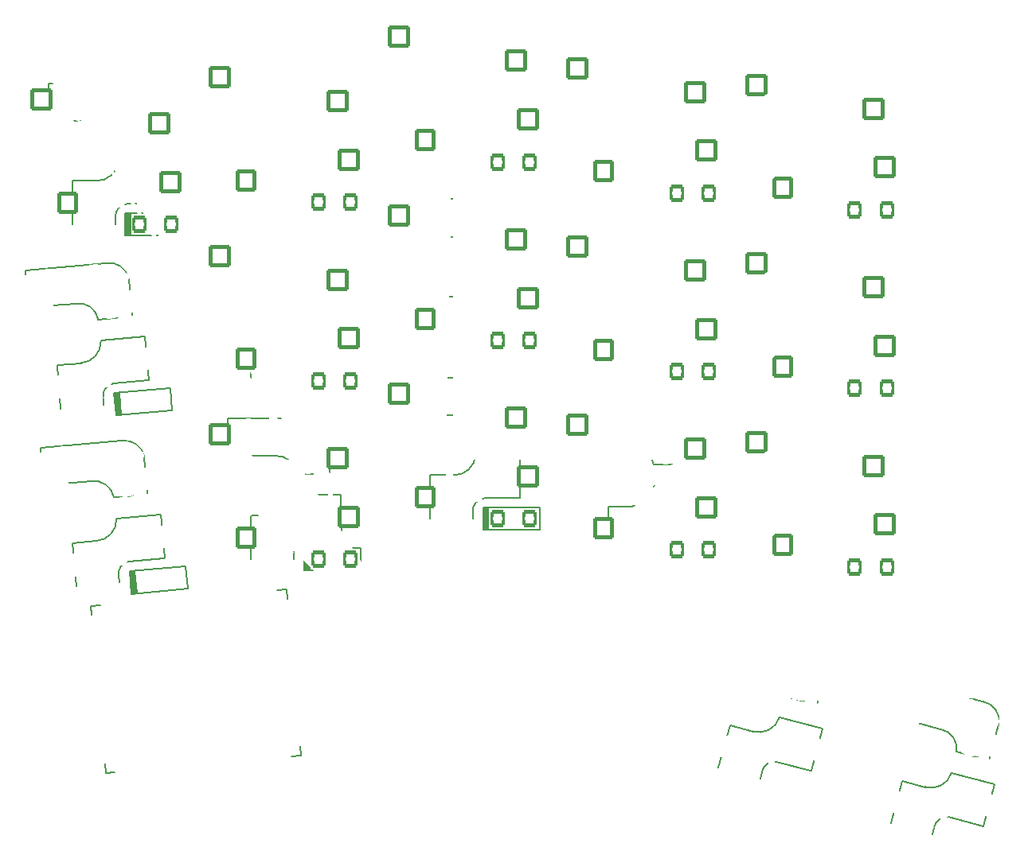
<source format=gto>
G04 #@! TF.GenerationSoftware,KiCad,Pcbnew,7.0.5-0*
G04 #@! TF.CreationDate,2023-06-11T17:15:19+08:00*
G04 #@! TF.ProjectId,AWKB,41574b42-2e6b-4696-9361-645f70636258,rev?*
G04 #@! TF.SameCoordinates,Original*
G04 #@! TF.FileFunction,Legend,Top*
G04 #@! TF.FilePolarity,Positive*
%FSLAX46Y46*%
G04 Gerber Fmt 4.6, Leading zero omitted, Abs format (unit mm)*
G04 Created by KiCad (PCBNEW 7.0.5-0) date 2023-06-11 17:15:19*
%MOMM*%
%LPD*%
G01*
G04 APERTURE LIST*
G04 Aperture macros list*
%AMRoundRect*
0 Rectangle with rounded corners*
0 $1 Rounding radius*
0 $2 $3 $4 $5 $6 $7 $8 $9 X,Y pos of 4 corners*
0 Add a 4 corners polygon primitive as box body*
4,1,4,$2,$3,$4,$5,$6,$7,$8,$9,$2,$3,0*
0 Add four circle primitives for the rounded corners*
1,1,$1+$1,$2,$3*
1,1,$1+$1,$4,$5*
1,1,$1+$1,$6,$7*
1,1,$1+$1,$8,$9*
0 Add four rect primitives between the rounded corners*
20,1,$1+$1,$2,$3,$4,$5,0*
20,1,$1+$1,$4,$5,$6,$7,0*
20,1,$1+$1,$6,$7,$8,$9,0*
20,1,$1+$1,$8,$9,$2,$3,0*%
%AMHorizOval*
0 Thick line with rounded ends*
0 $1 width*
0 $2 $3 position (X,Y) of the first rounded end (center of the circle)*
0 $4 $5 position (X,Y) of the second rounded end (center of the circle)*
0 Add line between two ends*
20,1,$1,$2,$3,$4,$5,0*
0 Add two circle primitives to create the rounded ends*
1,1,$1,$2,$3*
1,1,$1,$4,$5*%
%AMFreePoly0*
4,1,414,-2.663564,6.707050,-2.641221,6.706150,-2.627714,6.704682,-2.557310,6.692154,-2.496946,6.671026,-2.423852,6.631355,-2.413687,6.625023,-2.398814,6.614472,-2.158972,6.440888,-1.894926,6.250226,-1.604825,6.041150,-1.340970,5.851270,-1.340970,5.851269,-0.908659,5.540346,1.016000,5.540345,1.102777,5.520541,1.172366,5.465043,1.210986,5.384850,1.216000,5.340346,1.216000,4.009931,
1.299751,3.950054,1.397604,3.879440,1.472196,3.823385,1.475820,3.820528,1.531511,3.774507,1.538834,3.767818,1.574924,3.731412,1.599100,3.701843,1.617824,3.673864,1.642241,3.623128,1.650707,3.596451,1.659584,3.549979,1.661424,3.523819,1.657476,3.467890,1.643544,3.402871,1.621142,3.344696,1.575521,3.265763,1.570063,3.257327,1.474398,3.124598,1.474399,3.124598,
1.399655,3.020777,1.341070,2.939228,1.295956,2.876188,1.262955,2.829761,1.239581,2.796469,1.228629,2.780518,1.228382,2.778534,1.226098,2.749223,1.223899,2.705055,1.221971,2.645262,1.220353,2.568240,1.219044,2.472608,1.218021,2.356402,1.217250,2.217703,1.216700,2.054330,1.216701,2.054330,1.216336,1.864310,1.216122,1.646064,1.216022,1.397277,1.216000,1.156191,
1.216000,-0.508000,1.196194,-0.594777,1.140698,-0.664366,1.060504,-0.702986,1.016000,-0.708000,-1.300867,-0.708000,-1.317305,-0.721955,-1.374130,-0.762724,-1.456184,-0.797217,-1.462328,-0.798196,-1.521438,-0.806672,-1.610148,-0.799384,-1.618523,-0.796529,-1.683626,-0.772720,-1.726325,-0.750993,-1.765907,-0.724447,-1.770550,-0.721139,-1.786681,-0.708933,-4.832406,-0.708000,-4.919177,-0.688166,
-4.988750,-0.632650,-5.027344,-0.552444,-5.032345,-0.508064,-5.032395,-0.352086,-5.032421,-0.271829,-3.059387,-0.271830,-2.944889,-0.271615,-2.944888,-0.271615,-2.758679,-0.271042,-2.580739,-0.270256,-2.580738,-0.270256,-2.414939,-0.269261,-2.414940,-0.269261,-2.402157,-0.269159,-2.423194,-0.254061,-2.551428,-0.161856,-2.680405,-0.068976,-2.801942,0.018686,-2.907841,0.095225,-2.951636,0.126949,
-3.041522,0.192069,-3.054493,0.201448,-3.054493,-0.250384,-3.059387,-0.271830,-5.032421,-0.271829,-5.033035,1.627051,-5.116088,1.686225,-5.284226,1.806363,-5.425283,1.907915,-5.540186,1.991566,-5.630162,2.058240,-5.695871,2.108467,-5.698372,2.110442,-5.741778,2.145869,-5.747390,2.150809,-5.763238,2.165850,-5.804603,2.221793,-5.831146,2.275116,-5.852084,2.361626,-5.851576,2.378731,
-5.846892,2.443206,-5.827099,2.516549,-5.820642,2.529758,-5.788356,2.595805,-5.784989,2.601633,-4.580894,2.601633,-4.580837,2.458573,-4.580478,2.346570,-4.579555,2.262461,-4.577881,2.203736,-4.577285,2.194667,-4.548415,2.172831,-4.483289,2.124673,-4.404467,2.067194,-4.317291,2.004343,-4.304320,1.995049,-3.789717,1.626690,-3.693155,1.557418,-3.588658,1.482202,-3.493513,1.413516,
-3.493469,1.417579,-3.492215,1.570234,-3.491128,1.743282,-3.490225,1.934674,-3.489527,2.141404,-3.489052,2.361431,-3.488816,2.592405,-3.488794,2.690627,-3.488794,4.145613,-3.780439,4.145613,-3.797838,4.121466,-3.833847,4.071538,-3.884822,4.000919,-3.945645,3.916699,-4.011204,3.825953,-4.061105,3.756906,-4.138874,3.649180,-4.227667,3.525969,-4.318193,3.400180,-4.401743,3.283907,
-4.432523,3.241007,-4.580894,3.034101,-4.580894,2.601633,-5.784989,2.601633,-5.781445,2.607769,-5.775409,2.616730,-5.747746,2.656569,-5.702905,2.720059,-5.642947,2.804351,-5.569964,2.906530,-5.486213,3.023444,-5.393993,3.151881,-5.295612,3.288617,-5.193407,3.430389,-5.157803,3.479711,-5.032345,3.653438,-5.032345,4.562763,-3.478749,4.562763,-3.254493,4.562763,-3.167716,4.542957,
-3.098127,4.487461,-3.059507,4.407267,-3.054493,4.362825,-3.053482,1.095367,-2.755790,0.881825,-2.538863,0.726188,-2.348318,0.589414,-2.182662,0.470425,-2.040390,0.368136,-1.919993,0.281460,-1.830611,0.216986,-1.818379,1.744532,-1.390887,1.744532,-1.390887,0.872621,-1.390687,0.684777,-1.390113,0.507776,-1.389488,0.395984,-1.362208,0.434001,-1.282405,0.545014,-1.202983,0.655306,
-1.126858,0.760817,-1.056931,0.857505,-0.996121,0.941303,-0.964901,0.984151,-0.913707,1.054538,-0.851488,1.140514,-0.788030,1.228536,-0.750017,1.281458,-0.468879,1.673602,-0.418955,1.742967,-0.420240,1.742985,-0.587428,1.744095,-0.788602,1.744526,-0.788601,1.744526,-0.819150,1.744532,-1.390887,1.744532,-1.818379,1.744532,-1.816764,1.946135,-1.816608,1.965721,-1.796105,2.052336,
-1.740054,2.121479,-1.659553,2.159454,-1.617377,2.164117,-0.111097,2.169868,0.138817,2.516086,0.227450,2.638853,0.320064,2.767098,0.411852,2.894166,0.498011,3.013410,0.573742,3.118189,0.634535,3.202258,0.779387,3.402484,0.778132,3.427196,0.736528,3.458396,0.663454,3.512361,0.580098,3.572686,0.503228,3.627241,0.499236,3.630032,0.490935,3.635826,-0.332040,3.040808,
-0.491563,2.925814,-0.643339,2.817068,-0.784955,2.716258,-0.914136,2.624974,-1.028637,2.544784,-1.126312,2.477194,-1.205320,2.423507,-1.263590,2.385237,-1.267202,2.382973,-1.300050,2.363349,-1.335772,2.346546,-1.341637,2.344468,-1.430043,2.334129,-1.514180,2.363173,-1.549349,2.390986,-1.568831,2.410314,-1.575615,2.417759,-1.612287,2.462315,-1.614024,2.464486,-1.661873,2.526034,
-1.719812,2.602912,-1.784355,2.690558,-1.813064,2.730129,-1.897224,2.846653,-1.992502,2.978597,-2.090826,3.114777,-2.184002,3.243845,-2.251013,3.336686,-2.319043,3.430882,-2.402203,3.545922,-2.402202,3.545922,-2.495312,3.674648,-2.495313,3.674648,-2.593439,3.810237,-2.593438,3.810237,-2.691394,3.945522,-2.790634,4.082500,-2.879547,4.205244,-2.970969,4.331572,-3.060519,4.455420,
-3.143837,4.570758,-3.216578,4.671573,-3.274379,4.751822,-3.283113,4.763969,-3.308252,4.798680,-3.309485,4.796953,-3.367768,4.715859,-3.427376,4.633472,-3.478749,4.562763,-5.032345,4.562763,-5.032345,5.088893,-4.580894,5.088894,-4.580894,4.835834,-4.580509,4.692777,-4.579279,4.581848,-4.578828,4.564933,-4.530979,4.564588,-4.453634,4.565158,-4.384004,4.566788,-4.373602,4.567285,
-4.372294,4.568938,-4.320581,4.638596,-4.253334,4.732398,-4.221007,4.778279,-4.190391,4.821521,-4.144475,4.885859,-4.088149,4.964468,-4.026093,5.050817,-3.998998,5.088421,-4.071032,5.088758,-4.179382,5.088875,-2.969943,5.088875,-2.904744,4.998038,-2.807937,4.863599,-2.691454,4.702178,-2.555289,4.513770,-2.555289,4.513770,-2.399346,4.298241,-2.399346,4.298240,-2.223932,4.056015,
-2.191157,4.010778,-2.057824,3.826715,-1.942489,3.667405,-1.843008,3.529873,-1.757234,3.411137,-1.683021,3.308215,-1.618222,3.218130,-1.560700,3.137912,-1.508322,3.064603,-1.458972,2.995262,-1.414225,2.932165,-1.359497,2.855894,-1.355693,2.850744,-1.307082,2.885041,-1.205315,2.957385,-1.088324,3.041002,-0.958198,3.134408,-0.818136,3.235324,-0.818137,3.235325,-0.691009,3.327222,
-0.540362,3.436266,-0.395328,3.541212,-0.258867,3.639921,-0.133822,3.730337,-0.023033,3.810409,0.070663,3.878086,0.112494,3.908272,0.101072,3.916610,0.054852,3.950351,-0.046932,4.023566,-0.165523,4.108922,-0.291229,4.199442,-0.413710,4.287679,-0.507292,4.355131,-0.507291,4.355131,-0.608845,4.428321,-0.608843,4.428321,-0.729816,4.515456,-0.729816,4.515456,-0.861943,4.610589,
-0.996814,4.707660,-1.126055,4.800645,-1.193145,4.848896,-1.193144,4.848896,-1.526707,5.088757,-2.969943,5.088875,-4.179382,5.088875,-4.196977,5.088894,-4.580894,5.088894,-5.032345,5.088893,-5.032345,5.340346,-5.012538,5.427123,-4.957043,5.496712,-4.876849,5.535332,-4.832345,5.540346,-3.672979,5.540346,-3.671844,5.541921,-2.774877,5.541921,-2.654613,5.541104,-2.503084,5.540526,
-2.354041,5.540346,-2.192679,5.540502,-2.154401,5.540618,-2.179528,5.558770,-2.410073,5.725327,-2.472505,5.770435,-2.549554,5.824927,-2.563214,5.834142,-2.593747,5.792542,-2.653498,5.710414,-2.716249,5.623563,-2.774877,5.541921,-3.671844,5.541921,-3.451646,5.847456,-3.331591,6.014124,-3.229883,6.155310,-3.144709,6.273254,-3.074211,6.370242,-3.016438,6.448685,-2.969891,6.510352,
-2.968577,6.512055,-2.931280,6.559320,-2.928782,6.562361,-2.897756,6.598645,-2.892800,6.604029,-2.864383,6.632720,-2.854177,6.641712,-2.832303,6.658487,-2.792701,6.682153,-2.779068,6.688291,-2.724859,6.703967,-2.712337,6.705731,-2.677032,6.707549,-2.663564,6.707050,-2.663564,6.707050,$1*%
%AMFreePoly1*
4,1,22,0.686777,0.580194,0.756366,0.524698,0.794986,0.444504,0.799999,0.400000,0.800000,0.200000,0.780194,0.113223,0.741421,0.058579,0.141421,-0.541421,0.066056,-0.588777,-0.022393,-0.598742,-0.106406,-0.569345,-0.141421,-0.541421,-0.741421,0.058579,-0.788777,0.133944,-0.800000,0.200000,-0.800000,0.400000,-0.780194,0.486777,-0.724698,0.556366,-0.644504,0.594986,-0.600000,0.600000,
0.600000,0.600000,0.686777,0.580194,0.686777,0.580194,$1*%
%AMFreePoly2*
4,1,26,0.706406,1.169345,0.769345,1.106406,0.798742,1.022393,0.800000,1.000000,0.800000,-0.250000,0.780194,-0.336777,0.724698,-0.406366,0.644504,-0.444986,0.600000,-0.450000,-0.600000,-0.450000,-0.686777,-0.430194,-0.756366,-0.374698,-0.794986,-0.294504,-0.800000,-0.250000,-0.800001,1.000000,-0.780194,1.086777,-0.724698,1.156366,-0.644504,1.194985,-0.555496,1.194986,-0.475302,1.156366,
-0.458579,1.141421,0.000000,0.682842,0.458579,1.141421,0.533944,1.188777,0.622393,1.198742,0.706406,1.169345,0.706406,1.169345,$1*%
G04 Aperture macros list end*
%ADD10C,0.150000*%
%ADD11C,0.200000*%
%ADD12C,0.100000*%
%ADD13FreePoly0,35.000000*%
%ADD14C,1.200000*%
%ADD15HorizOval,2.000000X0.051764X0.193185X-0.051764X-0.193185X0*%
%ADD16HorizOval,2.000000X-0.051764X-0.193185X0.051764X0.193185X0*%
%ADD17C,2.300000*%
%ADD18C,2.100000*%
%ADD19C,3.400000*%
%ADD20C,4.400000*%
%ADD21RoundRect,0.200000X1.000000X1.000000X-1.000000X1.000000X-1.000000X-1.000000X1.000000X-1.000000X0*%
%ADD22RoundRect,0.200000X0.900000X1.000000X-0.900000X1.000000X-0.900000X-1.000000X0.900000X-1.000000X0*%
%ADD23RoundRect,0.200000X-0.600000X-0.700000X0.600000X-0.700000X0.600000X0.700000X-0.600000X0.700000X0*%
%ADD24C,3.600000*%
%ADD25RoundRect,0.200000X1.224745X0.707107X-0.707107X1.224745X-1.224745X-0.707107X0.707107X-1.224745X0*%
%ADD26RoundRect,0.200000X1.128152X0.732989X-0.610514X1.198863X-1.128152X-0.732989X0.610514X-1.198863X0*%
%ADD27RoundRect,0.200000X0.909039X1.083350X-1.083350X0.909039X-0.909039X-1.083350X1.083350X-0.909039X0*%
%ADD28RoundRect,0.200000X0.809419X1.074635X-0.983731X0.917755X-0.809419X-1.074635X0.983731X-0.917755X0*%
%ADD29C,2.000000*%
%ADD30FreePoly1,185.000000*%
%ADD31FreePoly1,5.000000*%
%ADD32FreePoly2,5.000000*%
%ADD33FreePoly2,185.000000*%
%ADD34RoundRect,0.200000X-0.760729X-0.520857X0.398382X-0.831440X0.760729X0.520857X-0.398382X0.831440X0*%
%ADD35RoundRect,0.200000X-0.536708X-0.749630X0.658726X-0.645043X0.536708X0.749630X-0.658726X0.645043X0*%
%ADD36C,1.100000*%
G04 APERTURE END LIST*
D10*
X197575325Y-120768393D02*
X197723221Y-120216435D01*
X198615199Y-120751233D02*
X197649273Y-120492414D01*
X198923317Y-119601321D02*
X198377079Y-119800049D01*
X198775420Y-120153279D02*
X197809494Y-119894460D01*
X197809494Y-119894460D02*
X197908092Y-119526488D01*
X197908092Y-119526488D02*
X197978738Y-119446820D01*
X197978738Y-119446820D02*
X198037059Y-119413148D01*
X198037059Y-119413148D02*
X198141377Y-119391801D01*
X198141377Y-119391801D02*
X198279366Y-119428775D01*
X198279366Y-119428775D02*
X198359034Y-119499421D01*
X198359034Y-119499421D02*
X198392706Y-119557742D01*
X198392706Y-119557742D02*
X198414053Y-119662060D01*
X198414053Y-119662060D02*
X198315455Y-120030031D01*
X199182136Y-118635395D02*
X198635898Y-118834123D01*
X199034239Y-119187353D02*
X198068313Y-118928534D01*
X198068313Y-118928534D02*
X198166911Y-118560562D01*
X198166911Y-118560562D02*
X198237557Y-118480894D01*
X198237557Y-118480894D02*
X198295878Y-118447222D01*
X198295878Y-118447222D02*
X198400196Y-118425875D01*
X198400196Y-118425875D02*
X198538185Y-118462849D01*
X198538185Y-118462849D02*
X198617853Y-118533495D01*
X198617853Y-118533495D02*
X198651525Y-118591816D01*
X198651525Y-118591816D02*
X198672872Y-118696134D01*
X198672872Y-118696134D02*
X198574274Y-119064106D01*
X199234737Y-118255099D02*
X199317708Y-118129434D01*
X199317708Y-118129434D02*
X199379331Y-117899452D01*
X199379331Y-117899452D02*
X199357984Y-117795134D01*
X199357984Y-117795134D02*
X199324312Y-117736813D01*
X199324312Y-117736813D02*
X199244644Y-117666167D01*
X199244644Y-117666167D02*
X199152651Y-117641518D01*
X199152651Y-117641518D02*
X199048334Y-117662865D01*
X199048334Y-117662865D02*
X198990012Y-117696536D01*
X198990012Y-117696536D02*
X198919367Y-117776205D01*
X198919367Y-117776205D02*
X198824071Y-117947866D01*
X198824071Y-117947866D02*
X198753425Y-118027534D01*
X198753425Y-118027534D02*
X198695104Y-118061206D01*
X198695104Y-118061206D02*
X198590786Y-118082553D01*
X198590786Y-118082553D02*
X198498794Y-118057903D01*
X198498794Y-118057903D02*
X198419125Y-117987257D01*
X198419125Y-117987257D02*
X198385454Y-117928936D01*
X198385454Y-117928936D02*
X198364107Y-117824619D01*
X198364107Y-117824619D02*
X198425730Y-117594636D01*
X198425730Y-117594636D02*
X198508701Y-117468972D01*
X196860931Y-113756671D02*
X193729221Y-125444373D01*
X197102413Y-113821376D02*
X197620051Y-111889524D01*
X203029235Y-113338911D02*
X197620051Y-111889524D01*
X202511597Y-115270762D02*
X203029235Y-113338911D01*
X202753079Y-115335467D02*
X196860931Y-113756671D01*
X202753079Y-115335467D02*
X199621368Y-127023170D01*
X199621368Y-127023170D02*
X193729221Y-125444373D01*
X122313328Y-102982994D02*
X130938328Y-102982994D01*
X122313328Y-106890994D02*
X122313328Y-102982994D01*
X122313328Y-106936994D02*
X127363328Y-106982994D01*
X124813328Y-113386994D02*
X124813328Y-117986994D01*
X124838328Y-113361994D02*
X127388328Y-113361994D01*
X129393328Y-117286994D02*
X129393328Y-117986994D01*
X129688328Y-111161994D02*
X134388328Y-111161994D01*
X130613328Y-115811994D02*
X134388328Y-115811994D01*
X133213328Y-104936994D02*
X133213328Y-108881994D01*
X133213328Y-108890994D02*
X129603328Y-108890994D01*
X134388328Y-111186994D02*
X134413328Y-115786994D01*
X129598327Y-108866994D02*
G75*
G03*
X127338328Y-106986995I-2069999J-190000D01*
G01*
X130613328Y-115816994D02*
G75*
G03*
X129393328Y-117236994I100000J-1320000D01*
G01*
X127313328Y-113356993D02*
G75*
G03*
X129683327Y-111186994I100000J2269999D01*
G01*
X133202327Y-104866994D02*
G75*
G03*
X130938328Y-102982995I-2073999J-190000D01*
G01*
D11*
X174582000Y-115807000D02*
X168582000Y-115807000D01*
X168582000Y-115807000D02*
X168582000Y-118207000D01*
X168582000Y-118207000D02*
X174582000Y-118207000D01*
X174582000Y-118207000D02*
X174582000Y-115807000D01*
X169140400Y-118207000D02*
X168582000Y-118207000D01*
X168582000Y-115807000D01*
X169140400Y-115807000D01*
X169140400Y-118207000D01*
G36*
X169140400Y-118207000D02*
G01*
X168582000Y-118207000D01*
X168582000Y-115807000D01*
X169140400Y-115807000D01*
X169140400Y-118207000D01*
G37*
D10*
X122313328Y-83983394D02*
X130938328Y-83983394D01*
X122313328Y-87891394D02*
X122313328Y-83983394D01*
X122313328Y-87937394D02*
X127363328Y-87983394D01*
X124813328Y-94387394D02*
X124813328Y-98987394D01*
X124838328Y-94362394D02*
X127388328Y-94362394D01*
X129393328Y-98287394D02*
X129393328Y-98987394D01*
X129688328Y-92162394D02*
X134388328Y-92162394D01*
X130613328Y-96812394D02*
X134388328Y-96812394D01*
X133213328Y-85937394D02*
X133213328Y-89882394D01*
X133213328Y-89891394D02*
X129603328Y-89891394D01*
X134388328Y-92187394D02*
X134413328Y-96787394D01*
X129598327Y-89867394D02*
G75*
G03*
X127338328Y-87987395I-2069999J-190000D01*
G01*
X130613328Y-96817394D02*
G75*
G03*
X129393328Y-98237394I100000J-1320000D01*
G01*
X127313328Y-94357393D02*
G75*
G03*
X129683327Y-92187394I100000J2269999D01*
G01*
X133202327Y-85867394D02*
G75*
G03*
X130938328Y-83983395I-2073999J-190000D01*
G01*
D11*
X174582000Y-96806600D02*
X168582000Y-96806600D01*
X168582000Y-96806600D02*
X168582000Y-99206600D01*
X168582000Y-99206600D02*
X174582000Y-99206600D01*
X174582000Y-99206600D02*
X174582000Y-96806600D01*
X169140400Y-99206600D02*
X168582000Y-99206600D01*
X168582000Y-96806600D01*
X169140400Y-96806600D01*
X169140400Y-99206600D01*
G36*
X169140400Y-99206600D02*
G01*
X168582000Y-99206600D01*
X168582000Y-96806600D01*
X169140400Y-96806600D01*
X169140400Y-99206600D01*
G37*
D10*
X176000099Y-124996747D02*
X184331209Y-127229062D01*
X174988634Y-128771585D02*
X176000099Y-124996747D01*
X174976728Y-128816018D02*
X179842748Y-130167487D01*
X175722160Y-135693287D02*
X174531592Y-140136546D01*
X175752779Y-135675610D02*
X178215890Y-136335598D01*
X179136706Y-140645789D02*
X178955533Y-141321937D01*
X181006921Y-134805845D02*
X185546772Y-136022295D01*
X180696894Y-139536808D02*
X184343264Y-140513850D01*
X186022958Y-129705294D02*
X185001917Y-133515871D01*
X184999587Y-133524565D02*
X181512595Y-132590228D01*
X185540302Y-136046443D02*
X184373882Y-140496172D01*
X181513976Y-132565752D02*
G75*
G03*
X179817565Y-130164881I-2048641J352230D01*
G01*
X180695600Y-139541638D02*
G75*
G03*
X179149647Y-140597493I-245049J-1300903D01*
G01*
X178144739Y-136311356D02*
G75*
G03*
X180995620Y-134828699I684112J2166769D01*
G01*
X186030449Y-129634832D02*
G75*
G03*
X184331209Y-127229062I-2052505J353265D01*
G01*
X103313128Y-67345994D02*
X111938128Y-67345994D01*
X103313128Y-71253994D02*
X103313128Y-67345994D01*
X103313128Y-71299994D02*
X108363128Y-71345994D01*
X105813128Y-77749994D02*
X105813128Y-82349994D01*
X105838128Y-77724994D02*
X108388128Y-77724994D01*
X110393128Y-81649994D02*
X110393128Y-82349994D01*
X110688128Y-75524994D02*
X115388128Y-75524994D01*
X111613128Y-80174994D02*
X115388128Y-80174994D01*
X114213128Y-69299994D02*
X114213128Y-73244994D01*
X114213128Y-73253994D02*
X110603128Y-73253994D01*
X115388128Y-75549994D02*
X115413128Y-80149994D01*
X110598127Y-73229994D02*
G75*
G03*
X108338128Y-71349995I-2069999J-190000D01*
G01*
X111613128Y-80179994D02*
G75*
G03*
X110393128Y-81599994I100000J-1320000D01*
G01*
X108313128Y-77719993D02*
G75*
G03*
X110683127Y-75549994I100000J2269999D01*
G01*
X114202127Y-69229994D02*
G75*
G03*
X111938128Y-67345995I-2073999J-190000D01*
G01*
X100788670Y-87225380D02*
X109380849Y-86473662D01*
X101129274Y-91118509D02*
X100788670Y-87225380D01*
X101133284Y-91164334D02*
X106168076Y-90770022D01*
X104185925Y-97371900D02*
X104586841Y-101954396D01*
X104208651Y-97344816D02*
X106748947Y-97122569D01*
X109088404Y-100857886D02*
X109149413Y-101555222D01*
X108848452Y-94730483D02*
X113530568Y-94320851D01*
X110175207Y-99282169D02*
X113935842Y-98953156D01*
X111817494Y-88221947D02*
X112161324Y-92151935D01*
X112162108Y-92160901D02*
X108565845Y-92475533D01*
X113532746Y-94345756D02*
X113958568Y-98926072D01*
X108558772Y-92452060D02*
G75*
G03*
X106143520Y-90776186I-2045563J-369689D01*
G01*
X110175643Y-99287149D02*
G75*
G03*
X109084046Y-100808076I214665J-1306262D01*
G01*
X106673797Y-97124123D02*
G75*
G03*
X108845649Y-94755823I-98225J2270077D01*
G01*
X111800434Y-88153172D02*
G75*
G03*
X109380849Y-86473663I-2049547J-370038D01*
G01*
D11*
X136482000Y-116806400D02*
X130482000Y-116806400D01*
X130482000Y-116806400D02*
X130482000Y-119206400D01*
X130482000Y-119206400D02*
X136482000Y-119206400D01*
X136482000Y-119206400D02*
X136482000Y-116806400D01*
X131040400Y-119206400D02*
X130482000Y-119206400D01*
X130482000Y-116806400D01*
X131040400Y-116806400D01*
X131040400Y-119206400D01*
G36*
X131040400Y-119206400D02*
G01*
X130482000Y-119206400D01*
X130482000Y-116806400D01*
X131040400Y-116806400D01*
X131040400Y-119206400D01*
G37*
X174582000Y-77806640D02*
X168582000Y-77806640D01*
X168582000Y-77806640D02*
X168582000Y-80206640D01*
X168582000Y-80206640D02*
X174582000Y-80206640D01*
X174582000Y-80206640D02*
X174582000Y-77806640D01*
X169140400Y-80206640D02*
X168582000Y-80206640D01*
X168582000Y-77806640D01*
X169140400Y-77806640D01*
X169140400Y-80206640D01*
G36*
X169140400Y-80206640D02*
G01*
X168582000Y-80206640D01*
X168582000Y-77806640D01*
X169140400Y-77806640D01*
X169140400Y-80206640D01*
G37*
X188063400Y-101006000D02*
X187505000Y-101006000D01*
X187505000Y-98606000D01*
X188063400Y-98606000D01*
X188063400Y-101006000D01*
G36*
X188063400Y-101006000D02*
G01*
X187505000Y-101006000D01*
X187505000Y-98606000D01*
X188063400Y-98606000D01*
X188063400Y-101006000D01*
G37*
X193505000Y-98606000D02*
X187505000Y-98606000D01*
X187505000Y-98606000D02*
X187505000Y-101006000D01*
X187505000Y-101006000D02*
X193505000Y-101006000D01*
X193505000Y-101006000D02*
X193505000Y-98606000D01*
X155505102Y-74496440D02*
X149505102Y-74496440D01*
X149505102Y-74496440D02*
X149505102Y-76896440D01*
X149505102Y-76896440D02*
X155505102Y-76896440D01*
X155505102Y-76896440D02*
X155505102Y-74496440D01*
X150063502Y-76896440D02*
X149505102Y-76896440D01*
X149505102Y-74496440D01*
X150063502Y-74496440D01*
X150063502Y-76896440D01*
G36*
X150063502Y-76896440D02*
G01*
X149505102Y-76896440D01*
X149505102Y-74496440D01*
X150063502Y-74496440D01*
X150063502Y-76896440D01*
G37*
X188063400Y-120006000D02*
X187505000Y-120006000D01*
X187505000Y-117606000D01*
X188063400Y-117606000D01*
X188063400Y-120006000D01*
G36*
X188063400Y-120006000D02*
G01*
X187505000Y-120006000D01*
X187505000Y-117606000D01*
X188063400Y-117606000D01*
X188063400Y-120006000D01*
G37*
X193505000Y-117606000D02*
X187505000Y-117606000D01*
X187505000Y-117606000D02*
X187505000Y-120006000D01*
X187505000Y-120006000D02*
X193505000Y-120006000D01*
X193505000Y-120006000D02*
X193505000Y-117606000D01*
D10*
X194299250Y-130914310D02*
X202630360Y-133146625D01*
X193287785Y-134689148D02*
X194299250Y-130914310D01*
X193275879Y-134733581D02*
X198141899Y-136085050D01*
X194021311Y-141610850D02*
X192830743Y-146054109D01*
X194051930Y-141593173D02*
X196515041Y-142253161D01*
X197435857Y-146563352D02*
X197254684Y-147239500D01*
X199306072Y-140723408D02*
X203845923Y-141939858D01*
X198996045Y-145454371D02*
X202642415Y-146431413D01*
X204322109Y-135622857D02*
X203301068Y-139433434D01*
X203298738Y-139442128D02*
X199811746Y-138507791D01*
X203839453Y-141964006D02*
X202673033Y-146413735D01*
X199813127Y-138483315D02*
G75*
G03*
X198116716Y-136082444I-2048641J352230D01*
G01*
X198994751Y-145459201D02*
G75*
G03*
X197448798Y-146515056I-245049J-1300903D01*
G01*
X196443890Y-142228919D02*
G75*
G03*
X199294771Y-140746262I684112J2166769D01*
G01*
X204329600Y-135552395D02*
G75*
G03*
X202630360Y-133146625I-2052505J353265D01*
G01*
X109349179Y-140736666D02*
X110345374Y-140649510D01*
X109349179Y-140736666D02*
X109262023Y-139740471D01*
X129111889Y-139007653D02*
X130157893Y-138916139D01*
X130157893Y-138916139D02*
X130070737Y-137919945D01*
X107797807Y-123004400D02*
X107880605Y-123950785D01*
X107797807Y-123004400D02*
X108794002Y-122917245D01*
X127610326Y-121271029D02*
X128606521Y-121183874D01*
X128606521Y-121183874D02*
X128694548Y-122190030D01*
D11*
X188063400Y-82006200D02*
X187505000Y-82006200D01*
X187505000Y-79606200D01*
X188063400Y-79606200D01*
X188063400Y-82006200D01*
G36*
X188063400Y-82006200D02*
G01*
X187505000Y-82006200D01*
X187505000Y-79606200D01*
X188063400Y-79606200D01*
X188063400Y-82006200D01*
G37*
X193505000Y-79606200D02*
X187505000Y-79606200D01*
X187505000Y-79606200D02*
X187505000Y-82006200D01*
X187505000Y-82006200D02*
X193505000Y-82006200D01*
X193505000Y-82006200D02*
X193505000Y-79606200D01*
D10*
X141312728Y-98673194D02*
X149937728Y-98673194D01*
X141312728Y-102581194D02*
X141312728Y-98673194D01*
X141312728Y-102627194D02*
X146362728Y-102673194D01*
X143812728Y-109077194D02*
X143812728Y-113677194D01*
X143837728Y-109052194D02*
X146387728Y-109052194D01*
X148392728Y-112977194D02*
X148392728Y-113677194D01*
X148687728Y-106852194D02*
X153387728Y-106852194D01*
X149612728Y-111502194D02*
X153387728Y-111502194D01*
X152212728Y-100627194D02*
X152212728Y-104572194D01*
X152212728Y-104581194D02*
X148602728Y-104581194D01*
X153387728Y-106877194D02*
X153412728Y-111477194D01*
X148597727Y-104557194D02*
G75*
G03*
X146337728Y-102677195I-2069999J-190000D01*
G01*
X149612728Y-111507194D02*
G75*
G03*
X148392728Y-112927194I100000J-1320000D01*
G01*
X146312728Y-109047193D02*
G75*
G03*
X148682727Y-106877194I100000J2269999D01*
G01*
X152201727Y-100557194D02*
G75*
G03*
X149937728Y-98673195I-2073999J-190000D01*
G01*
D11*
X199636575Y-129537382D02*
X193841020Y-127984468D01*
X193841020Y-127984468D02*
X193219855Y-130302690D01*
X193219855Y-130302690D02*
X199015409Y-131855604D01*
X199015409Y-131855604D02*
X199636575Y-129537382D01*
X194380393Y-128128993D02*
X193759227Y-130447215D01*
X193219855Y-130302690D01*
X193841020Y-127984468D01*
X194380393Y-128128993D01*
G36*
X194380393Y-128128993D02*
G01*
X193759227Y-130447215D01*
X193219855Y-130302690D01*
X193841020Y-127984468D01*
X194380393Y-128128993D01*
G37*
D10*
X160312928Y-63983234D02*
X168937928Y-63983234D01*
X160312928Y-67891234D02*
X160312928Y-63983234D01*
X160312928Y-67937234D02*
X165362928Y-67983234D01*
X162812928Y-74387234D02*
X162812928Y-78987234D01*
X162837928Y-74362234D02*
X165387928Y-74362234D01*
X167392928Y-78287234D02*
X167392928Y-78987234D01*
X167687928Y-72162234D02*
X172387928Y-72162234D01*
X168612928Y-76812234D02*
X172387928Y-76812234D01*
X171212928Y-65937234D02*
X171212928Y-69882234D01*
X171212928Y-69891234D02*
X167602928Y-69891234D01*
X172387928Y-72187234D02*
X172412928Y-76787234D01*
X167597927Y-69867234D02*
G75*
G03*
X165337928Y-67987235I-2069999J-190000D01*
G01*
X168612928Y-76817234D02*
G75*
G03*
X167392928Y-78237234I100000J-1320000D01*
G01*
X165312928Y-74357233D02*
G75*
G03*
X167682927Y-72187234I100000J2269999D01*
G01*
X171201927Y-65867234D02*
G75*
G03*
X168937928Y-63983235I-2073999J-190000D01*
G01*
X122313328Y-64983794D02*
X130938328Y-64983794D01*
X122313328Y-68891794D02*
X122313328Y-64983794D01*
X122313328Y-68937794D02*
X127363328Y-68983794D01*
X124813328Y-75387794D02*
X124813328Y-79987794D01*
X124838328Y-75362794D02*
X127388328Y-75362794D01*
X129393328Y-79287794D02*
X129393328Y-79987794D01*
X129688328Y-73162794D02*
X134388328Y-73162794D01*
X130613328Y-77812794D02*
X134388328Y-77812794D01*
X133213328Y-66937794D02*
X133213328Y-70882794D01*
X133213328Y-70891794D02*
X129603328Y-70891794D01*
X134388328Y-73187794D02*
X134413328Y-77787794D01*
X129598327Y-70867794D02*
G75*
G03*
X127338328Y-68987795I-2069999J-190000D01*
G01*
X130613328Y-77817794D02*
G75*
G03*
X129393328Y-79237794I100000J-1320000D01*
G01*
X127313328Y-75357793D02*
G75*
G03*
X129683327Y-73187794I100000J2269999D01*
G01*
X133202327Y-66867794D02*
G75*
G03*
X130938328Y-64983795I-2073999J-190000D01*
G01*
X190201625Y-67666794D02*
G75*
G03*
X187937626Y-65782795I-2073999J-190000D01*
G01*
X184312626Y-76156793D02*
G75*
G03*
X186682625Y-73986794I100000J2269999D01*
G01*
X187612626Y-78616794D02*
G75*
G03*
X186392626Y-80036794I100000J-1320000D01*
G01*
X186597625Y-71666794D02*
G75*
G03*
X184337626Y-69786795I-2069999J-190000D01*
G01*
X191387626Y-73986794D02*
X191412626Y-78586794D01*
X190212626Y-71690794D02*
X186602626Y-71690794D01*
X190212626Y-67736794D02*
X190212626Y-71681794D01*
X187612626Y-78611794D02*
X191387626Y-78611794D01*
X186687626Y-73961794D02*
X191387626Y-73961794D01*
X186392626Y-80086794D02*
X186392626Y-80786794D01*
X181837626Y-76161794D02*
X184387626Y-76161794D01*
X181812626Y-76186794D02*
X181812626Y-80786794D01*
X179312626Y-69736794D02*
X184362626Y-69782794D01*
X179312626Y-69690794D02*
X179312626Y-65782794D01*
X179312626Y-65782794D02*
X187937626Y-65782794D01*
D11*
X190349101Y-126125590D02*
X184553546Y-124572676D01*
X184553546Y-124572676D02*
X183932381Y-126890898D01*
X183932381Y-126890898D02*
X189727935Y-128443812D01*
X189727935Y-128443812D02*
X190349101Y-126125590D01*
X185092919Y-124717201D02*
X184471753Y-127035423D01*
X183932381Y-126890898D01*
X184553546Y-124572676D01*
X185092919Y-124717201D01*
G36*
X185092919Y-124717201D02*
G01*
X184471753Y-127035423D01*
X183932381Y-126890898D01*
X184553546Y-124572676D01*
X185092919Y-124717201D01*
G37*
X112665970Y-121624099D02*
X112109695Y-121672767D01*
X111900521Y-119281900D01*
X112456796Y-119233232D01*
X112665970Y-121624099D01*
G36*
X112665970Y-121624099D02*
G01*
X112109695Y-121672767D01*
X111900521Y-119281900D01*
X112456796Y-119233232D01*
X112665970Y-121624099D01*
G37*
X117877689Y-118758965D02*
X111900521Y-119281900D01*
X111900521Y-119281900D02*
X112109695Y-121672767D01*
X112109695Y-121672767D02*
X118086863Y-121149833D01*
X118086863Y-121149833D02*
X117877689Y-118758965D01*
X136482000Y-97806800D02*
X130482000Y-97806800D01*
X130482000Y-97806800D02*
X130482000Y-100206800D01*
X130482000Y-100206800D02*
X136482000Y-100206800D01*
X136482000Y-100206800D02*
X136482000Y-97806800D01*
X131040400Y-100206800D02*
X130482000Y-100206800D01*
X130482000Y-97806800D01*
X131040400Y-97806800D01*
X131040400Y-100206800D01*
G36*
X131040400Y-100206800D02*
G01*
X130482000Y-100206800D01*
X130482000Y-97806800D01*
X131040400Y-97806800D01*
X131040400Y-100206800D01*
G37*
X116217372Y-99781456D02*
X110240204Y-100304391D01*
X110240204Y-100304391D02*
X110449378Y-102695258D01*
X110449378Y-102695258D02*
X116426546Y-102172324D01*
X116426546Y-102172324D02*
X116217372Y-99781456D01*
X111005653Y-102646590D02*
X110449378Y-102695258D01*
X110240204Y-100304391D01*
X110796479Y-100255723D01*
X111005653Y-102646590D01*
G36*
X111005653Y-102646590D02*
G01*
X110449378Y-102695258D01*
X110240204Y-100304391D01*
X110796479Y-100255723D01*
X111005653Y-102646590D01*
G37*
X136482000Y-78807200D02*
X130482000Y-78807200D01*
X130482000Y-78807200D02*
X130482000Y-81207200D01*
X130482000Y-81207200D02*
X136482000Y-81207200D01*
X136482000Y-81207200D02*
X136482000Y-78807200D01*
X131040400Y-81207200D02*
X130482000Y-81207200D01*
X130482000Y-78807200D01*
X131040400Y-78807200D01*
X131040400Y-81207200D01*
G36*
X131040400Y-81207200D02*
G01*
X130482000Y-81207200D01*
X130482000Y-78807200D01*
X131040400Y-78807200D01*
X131040400Y-81207200D01*
G37*
D10*
X160312928Y-101983594D02*
X168937928Y-101983594D01*
X160312928Y-105891594D02*
X160312928Y-101983594D01*
X160312928Y-105937594D02*
X165362928Y-105983594D01*
X162812928Y-112387594D02*
X162812928Y-116987594D01*
X162837928Y-112362594D02*
X165387928Y-112362594D01*
X167392928Y-116287594D02*
X167392928Y-116987594D01*
X167687928Y-110162594D02*
X172387928Y-110162594D01*
X168612928Y-114812594D02*
X172387928Y-114812594D01*
X171212928Y-103937594D02*
X171212928Y-107882594D01*
X171212928Y-107891594D02*
X167602928Y-107891594D01*
X172387928Y-110187594D02*
X172412928Y-114787594D01*
X167597927Y-107867594D02*
G75*
G03*
X165337928Y-105987595I-2069999J-190000D01*
G01*
X168612928Y-114817594D02*
G75*
G03*
X167392928Y-116237594I100000J-1320000D01*
G01*
X165312928Y-112357593D02*
G75*
G03*
X167682927Y-110187594I100000J2269999D01*
G01*
X171201927Y-103867594D02*
G75*
G03*
X168937928Y-101983595I-2073999J-190000D01*
G01*
D11*
X155505102Y-112496600D02*
X149505102Y-112496600D01*
X149505102Y-112496600D02*
X149505102Y-114896600D01*
X149505102Y-114896600D02*
X155505102Y-114896600D01*
X155505102Y-114896600D02*
X155505102Y-112496600D01*
X150063502Y-114896600D02*
X149505102Y-114896600D01*
X149505102Y-112496600D01*
X150063502Y-112496600D01*
X150063502Y-114896600D01*
G36*
X150063502Y-114896600D02*
G01*
X149505102Y-114896600D01*
X149505102Y-112496600D01*
X150063502Y-112496600D01*
X150063502Y-114896600D01*
G37*
X117432000Y-81169400D02*
X111432000Y-81169400D01*
X111432000Y-81169400D02*
X111432000Y-83569400D01*
X111432000Y-83569400D02*
X117432000Y-83569400D01*
X117432000Y-83569400D02*
X117432000Y-81169400D01*
X111990400Y-83569400D02*
X111432000Y-83569400D01*
X111432000Y-81169400D01*
X111990400Y-81169400D01*
X111990400Y-83569400D01*
G36*
X111990400Y-83569400D02*
G01*
X111432000Y-83569400D01*
X111432000Y-81169400D01*
X111990400Y-81169400D01*
X111990400Y-83569400D01*
G37*
D10*
X190201625Y-105666594D02*
G75*
G03*
X187937626Y-103782595I-2073999J-190000D01*
G01*
X184312626Y-114156593D02*
G75*
G03*
X186682625Y-111986594I100000J2269999D01*
G01*
X187612626Y-116616594D02*
G75*
G03*
X186392626Y-118036594I100000J-1320000D01*
G01*
X186597625Y-109666594D02*
G75*
G03*
X184337626Y-107786595I-2069999J-190000D01*
G01*
X191387626Y-111986594D02*
X191412626Y-116586594D01*
X190212626Y-109690594D02*
X186602626Y-109690594D01*
X190212626Y-105736594D02*
X190212626Y-109681594D01*
X187612626Y-116611594D02*
X191387626Y-116611594D01*
X186687626Y-111961594D02*
X191387626Y-111961594D01*
X186392626Y-118086594D02*
X186392626Y-118786594D01*
X181837626Y-114161594D02*
X184387626Y-114161594D01*
X181812626Y-114186594D02*
X181812626Y-118786594D01*
X179312626Y-107736594D02*
X184362626Y-107782594D01*
X179312626Y-107690594D02*
X179312626Y-103782594D01*
X179312626Y-103782594D02*
X187937626Y-103782594D01*
X160312928Y-82983194D02*
X168937928Y-82983194D01*
X160312928Y-86891194D02*
X160312928Y-82983194D01*
X160312928Y-86937194D02*
X165362928Y-86983194D01*
X162812928Y-93387194D02*
X162812928Y-97987194D01*
X162837928Y-93362194D02*
X165387928Y-93362194D01*
X167392928Y-97287194D02*
X167392928Y-97987194D01*
X167687928Y-91162194D02*
X172387928Y-91162194D01*
X168612928Y-95812194D02*
X172387928Y-95812194D01*
X171212928Y-84937194D02*
X171212928Y-88882194D01*
X171212928Y-88891194D02*
X167602928Y-88891194D01*
X172387928Y-91187194D02*
X172412928Y-95787194D01*
X167597927Y-88867194D02*
G75*
G03*
X165337928Y-86987195I-2069999J-190000D01*
G01*
X168612928Y-95817194D02*
G75*
G03*
X167392928Y-97237194I100000J-1320000D01*
G01*
X165312928Y-93357193D02*
G75*
G03*
X167682927Y-91187194I100000J2269999D01*
G01*
X171201927Y-84867194D02*
G75*
G03*
X168937928Y-82983195I-2073999J-190000D01*
G01*
D11*
X155505102Y-93496400D02*
X149505102Y-93496400D01*
X149505102Y-93496400D02*
X149505102Y-95896400D01*
X149505102Y-95896400D02*
X155505102Y-95896400D01*
X155505102Y-95896400D02*
X155505102Y-93496400D01*
X150063502Y-95896400D02*
X149505102Y-95896400D01*
X149505102Y-93496400D01*
X150063502Y-93496400D01*
X150063502Y-95896400D01*
G36*
X150063502Y-95896400D02*
G01*
X149505102Y-95896400D01*
X149505102Y-93496400D01*
X150063502Y-93496400D01*
X150063502Y-95896400D01*
G37*
D10*
X190201625Y-86666594D02*
G75*
G03*
X187937626Y-84782595I-2073999J-190000D01*
G01*
X184312626Y-95156593D02*
G75*
G03*
X186682625Y-92986594I100000J2269999D01*
G01*
X187612626Y-97616594D02*
G75*
G03*
X186392626Y-99036594I100000J-1320000D01*
G01*
X186597625Y-90666594D02*
G75*
G03*
X184337626Y-88786595I-2069999J-190000D01*
G01*
X191387626Y-92986594D02*
X191412626Y-97586594D01*
X190212626Y-90690594D02*
X186602626Y-90690594D01*
X190212626Y-86736594D02*
X190212626Y-90681594D01*
X187612626Y-97611594D02*
X191387626Y-97611594D01*
X186687626Y-92961594D02*
X191387626Y-92961594D01*
X186392626Y-99086594D02*
X186392626Y-99786594D01*
X181837626Y-95161594D02*
X184387626Y-95161594D01*
X181812626Y-95186594D02*
X181812626Y-99786594D01*
X179312626Y-88736594D02*
X184362626Y-88782594D01*
X179312626Y-88690594D02*
X179312626Y-84782594D01*
X179312626Y-84782594D02*
X187937626Y-84782594D01*
X141312728Y-60673034D02*
X149937728Y-60673034D01*
X141312728Y-64581034D02*
X141312728Y-60673034D01*
X141312728Y-64627034D02*
X146362728Y-64673034D01*
X143812728Y-71077034D02*
X143812728Y-75677034D01*
X143837728Y-71052034D02*
X146387728Y-71052034D01*
X148392728Y-74977034D02*
X148392728Y-75677034D01*
X148687728Y-68852034D02*
X153387728Y-68852034D01*
X149612728Y-73502034D02*
X153387728Y-73502034D01*
X152212728Y-62627034D02*
X152212728Y-66572034D01*
X152212728Y-66581034D02*
X148602728Y-66581034D01*
X153387728Y-68877034D02*
X153412728Y-73477034D01*
X148597727Y-66557034D02*
G75*
G03*
X146337728Y-64677035I-2069999J-190000D01*
G01*
X149612728Y-73507034D02*
G75*
G03*
X148392728Y-74927034I100000J-1320000D01*
G01*
X146312728Y-71047033D02*
G75*
G03*
X148682727Y-68877034I100000J2269999D01*
G01*
X152201727Y-62557034D02*
G75*
G03*
X149937728Y-60673035I-2073999J-190000D01*
G01*
X141312728Y-79672994D02*
X149937728Y-79672994D01*
X141312728Y-83580994D02*
X141312728Y-79672994D01*
X141312728Y-83626994D02*
X146362728Y-83672994D01*
X143812728Y-90076994D02*
X143812728Y-94676994D01*
X143837728Y-90051994D02*
X146387728Y-90051994D01*
X148392728Y-93976994D02*
X148392728Y-94676994D01*
X148687728Y-87851994D02*
X153387728Y-87851994D01*
X149612728Y-92501994D02*
X153387728Y-92501994D01*
X152212728Y-81626994D02*
X152212728Y-85571994D01*
X152212728Y-85580994D02*
X148602728Y-85580994D01*
X153387728Y-87876994D02*
X153412728Y-92476994D01*
X148597727Y-85556994D02*
G75*
G03*
X146337728Y-83676995I-2069999J-190000D01*
G01*
X149612728Y-92506994D02*
G75*
G03*
X148392728Y-93926994I100000J-1320000D01*
G01*
X146312728Y-90046993D02*
G75*
G03*
X148682727Y-87876994I100000J2269999D01*
G01*
X152201727Y-81556994D02*
G75*
G03*
X149937728Y-79672995I-2073999J-190000D01*
G01*
X113456393Y-107080871D02*
G75*
G03*
X111036808Y-105401362I-2049547J-370038D01*
G01*
X108329756Y-116051822D02*
G75*
G03*
X110501608Y-113683522I-98225J2270077D01*
G01*
X111831602Y-118214848D02*
G75*
G03*
X110740005Y-119735775I214665J-1306262D01*
G01*
X110214731Y-111379759D02*
G75*
G03*
X107799479Y-109703885I-2045563J-369689D01*
G01*
X115188705Y-113273455D02*
X115614527Y-117853771D01*
X113818067Y-111088600D02*
X110221804Y-111403232D01*
X113473453Y-107149646D02*
X113817283Y-111079634D01*
X111831166Y-118209868D02*
X115591801Y-117880855D01*
X110504411Y-113658182D02*
X115186527Y-113248550D01*
X110744363Y-119785585D02*
X110805372Y-120482921D01*
X105864610Y-116272515D02*
X108404906Y-116050268D01*
X105841884Y-116299599D02*
X106242800Y-120882095D01*
X102789243Y-110092033D02*
X107824035Y-109697721D01*
X102785233Y-110046208D02*
X102444629Y-106153079D01*
X102444629Y-106153079D02*
X111036808Y-105401361D01*
%LPC*%
D12*
X112369413Y-137759707D02*
X111357279Y-137848257D01*
X111268729Y-136836123D01*
X112280863Y-136747573D01*
X112369413Y-137759707D01*
G36*
X112369413Y-137759707D02*
G01*
X111357279Y-137848257D01*
X111268729Y-136836123D01*
X112280863Y-136747573D01*
X112369413Y-137759707D01*
G37*
X114899747Y-137538331D02*
X113887614Y-137626882D01*
X113799063Y-136614748D01*
X114811197Y-136526198D01*
X114899747Y-137538331D01*
G36*
X114899747Y-137538331D02*
G01*
X113887614Y-137626882D01*
X113799063Y-136614748D01*
X114811197Y-136526198D01*
X114899747Y-137538331D01*
G37*
X117430082Y-137316956D02*
X116417948Y-137405506D01*
X116329398Y-136393372D01*
X117341532Y-136304822D01*
X117430082Y-137316956D01*
G36*
X117430082Y-137316956D02*
G01*
X116417948Y-137405506D01*
X116329398Y-136393372D01*
X117341532Y-136304822D01*
X117430082Y-137316956D01*
G37*
X119960416Y-137095580D02*
X118948283Y-137184130D01*
X118859732Y-136171997D01*
X119871866Y-136083446D01*
X119960416Y-137095580D01*
G36*
X119960416Y-137095580D02*
G01*
X118948283Y-137184130D01*
X118859732Y-136171997D01*
X119871866Y-136083446D01*
X119960416Y-137095580D01*
G37*
X122490751Y-136874205D02*
X121478617Y-136962755D01*
X121390067Y-135950621D01*
X122402201Y-135862071D01*
X122490751Y-136874205D01*
G36*
X122490751Y-136874205D02*
G01*
X121478617Y-136962755D01*
X121390067Y-135950621D01*
X122402201Y-135862071D01*
X122490751Y-136874205D01*
G37*
X125021086Y-136652829D02*
X124008952Y-136741379D01*
X123920402Y-135729245D01*
X124932535Y-135640695D01*
X125021086Y-136652829D01*
G36*
X125021086Y-136652829D02*
G01*
X124008952Y-136741379D01*
X123920402Y-135729245D01*
X124932535Y-135640695D01*
X125021086Y-136652829D01*
G37*
X127551420Y-136431453D02*
X126539286Y-136520004D01*
X126450736Y-135507870D01*
X127462870Y-135419320D01*
X127551420Y-136431453D01*
G36*
X127551420Y-136431453D02*
G01*
X126539286Y-136520004D01*
X126450736Y-135507870D01*
X127462870Y-135419320D01*
X127551420Y-136431453D01*
G37*
X111377650Y-126423808D02*
X110365516Y-126512359D01*
X110276966Y-125500225D01*
X111289100Y-125411674D01*
X111377650Y-126423808D01*
G36*
X111377650Y-126423808D02*
G01*
X110365516Y-126512359D01*
X110276966Y-125500225D01*
X111289100Y-125411674D01*
X111377650Y-126423808D01*
G37*
X113907985Y-126202433D02*
X112895851Y-126290983D01*
X112807301Y-125278849D01*
X113819435Y-125190299D01*
X113907985Y-126202433D01*
G36*
X113907985Y-126202433D02*
G01*
X112895851Y-126290983D01*
X112807301Y-125278849D01*
X113819435Y-125190299D01*
X113907985Y-126202433D01*
G37*
X116438319Y-125981057D02*
X115426186Y-126069607D01*
X115337635Y-125057474D01*
X116349769Y-124968923D01*
X116438319Y-125981057D01*
G36*
X116438319Y-125981057D02*
G01*
X115426186Y-126069607D01*
X115337635Y-125057474D01*
X116349769Y-124968923D01*
X116438319Y-125981057D01*
G37*
X118968654Y-125759682D02*
X117956520Y-125848232D01*
X117867970Y-124836098D01*
X118880104Y-124747548D01*
X118968654Y-125759682D01*
G36*
X118968654Y-125759682D02*
G01*
X117956520Y-125848232D01*
X117867970Y-124836098D01*
X118880104Y-124747548D01*
X118968654Y-125759682D01*
G37*
X121498988Y-125538306D02*
X120486855Y-125626856D01*
X120398304Y-124614722D01*
X121410438Y-124526172D01*
X121498988Y-125538306D01*
G36*
X121498988Y-125538306D02*
G01*
X120486855Y-125626856D01*
X120398304Y-124614722D01*
X121410438Y-124526172D01*
X121498988Y-125538306D01*
G37*
X124029323Y-125316930D02*
X123017189Y-125405481D01*
X122928639Y-124393347D01*
X123940773Y-124304797D01*
X124029323Y-125316930D01*
G36*
X124029323Y-125316930D02*
G01*
X123017189Y-125405481D01*
X122928639Y-124393347D01*
X123940773Y-124304797D01*
X124029323Y-125316930D01*
G37*
X126559657Y-125095555D02*
X125547524Y-125184105D01*
X125458973Y-124171971D01*
X126471107Y-124083421D01*
X126559657Y-125095555D01*
G36*
X126559657Y-125095555D02*
G01*
X125547524Y-125184105D01*
X125458973Y-124171971D01*
X126471107Y-124083421D01*
X126559657Y-125095555D01*
G37*
D13*
X145097000Y-132765800D03*
D14*
X199392895Y-116091550D03*
X197581161Y-122853031D03*
D15*
X194911267Y-123814783D03*
D16*
X199388680Y-124993796D03*
D15*
X195946543Y-119951079D03*
D16*
X200423956Y-121130093D03*
D15*
X196723000Y-117053302D03*
D16*
X201200413Y-118232315D03*
X194660720Y-124865747D03*
D15*
X199069825Y-126067869D03*
D17*
X121613328Y-109786994D03*
D18*
X122033328Y-109786994D03*
D19*
X122113328Y-113486994D03*
X123303328Y-107246994D03*
X124573328Y-104706994D03*
D20*
X127113328Y-109786994D03*
D19*
X127113328Y-115686994D03*
X129653328Y-104706994D03*
X130923328Y-107246994D03*
X132113328Y-113486994D03*
D18*
X132193328Y-109786994D03*
D17*
X132613328Y-109786994D03*
D21*
X121513328Y-104706994D03*
D22*
X124313328Y-115686994D03*
D21*
X134013328Y-107246994D03*
X135213328Y-113486994D03*
D23*
X170082000Y-117007000D03*
X173482000Y-117007000D03*
D17*
X121613328Y-90787394D03*
D18*
X122033328Y-90787394D03*
D19*
X122113328Y-94487394D03*
X123303328Y-88247394D03*
X124573328Y-85707394D03*
D20*
X127113328Y-90787394D03*
D19*
X127113328Y-96687394D03*
X129653328Y-85707394D03*
X130923328Y-88247394D03*
X132113328Y-94487394D03*
D18*
X132193328Y-90787394D03*
D17*
X132613328Y-90787394D03*
D21*
X121513328Y-85707394D03*
D22*
X124313328Y-96687394D03*
D21*
X134013328Y-88247394D03*
X135213328Y-94487394D03*
D24*
X177571400Y-61595000D03*
D23*
X170082000Y-98006600D03*
X173482000Y-98006600D03*
D17*
X173562946Y-131387733D03*
D18*
X173968635Y-131496437D03*
D19*
X173088278Y-135091068D03*
X175852761Y-129371686D03*
X177736887Y-127246934D03*
D20*
X178875538Y-132811238D03*
D19*
X177348506Y-138510200D03*
X182643790Y-128561735D03*
X183213116Y-131343887D03*
X182747537Y-137679259D03*
D18*
X183782441Y-134126039D03*
D17*
X184188130Y-134234743D03*
D25*
X174781154Y-126454948D03*
D26*
X174643913Y-137785507D03*
D25*
X186197827Y-132143638D03*
X185741907Y-138481598D03*
D17*
X102613128Y-74149994D03*
D18*
X103033128Y-74149994D03*
D19*
X103113128Y-77849994D03*
X104303128Y-71609994D03*
X105573128Y-69069994D03*
D20*
X108113128Y-74149994D03*
D19*
X108113128Y-80049994D03*
X110653128Y-69069994D03*
X111923128Y-71609994D03*
X113113128Y-77849994D03*
D18*
X113193128Y-74149994D03*
D17*
X113613128Y-74149994D03*
D21*
X102513128Y-69069994D03*
D22*
X105313128Y-80049994D03*
D21*
X115013128Y-71609994D03*
X116213128Y-77849994D03*
D17*
X100684341Y-94064498D03*
D18*
X101102743Y-94027892D03*
D19*
X101504915Y-97706840D03*
X102146535Y-91386870D03*
X103190326Y-88745848D03*
D20*
X106163412Y-93585141D03*
D19*
X106677631Y-99462690D03*
X108250995Y-88303096D03*
X109737538Y-90722743D03*
X111466862Y-96835283D03*
D18*
X111224081Y-93142390D03*
D17*
X111642483Y-93105784D03*
D27*
X100141971Y-89012544D03*
D28*
X103888286Y-99706726D03*
D27*
X112815780Y-90453432D03*
X114555065Y-96565100D03*
D23*
X131982000Y-118006400D03*
X135382000Y-118006400D03*
X170082000Y-79006640D03*
X173482000Y-79006640D03*
D24*
X165620200Y-132943600D03*
D23*
X192405000Y-99806000D03*
X189005000Y-99806000D03*
X151005102Y-75696440D03*
X154405102Y-75696440D03*
X192405000Y-118806000D03*
X189005000Y-118806000D03*
D24*
X133895600Y-134799386D03*
D17*
X191862097Y-137305296D03*
D18*
X192267786Y-137414000D03*
D19*
X191387429Y-141008631D03*
X194151912Y-135289249D03*
X196036038Y-133164497D03*
D20*
X197174689Y-138728801D03*
D19*
X195647657Y-144427763D03*
X200942941Y-134479298D03*
X201512267Y-137261450D03*
X201046688Y-143596822D03*
D18*
X202081592Y-140043602D03*
D17*
X202487281Y-140152306D03*
D25*
X193080305Y-132372511D03*
D26*
X192943064Y-143703070D03*
D25*
X204496978Y-138061201D03*
X204041058Y-144399161D03*
D29*
X111981982Y-139160002D03*
X114512317Y-138938627D03*
X117042651Y-138717251D03*
X119572986Y-138495876D03*
X122103321Y-138274500D03*
X124633655Y-138053124D03*
X127163990Y-137831749D03*
D30*
X111841208Y-137550949D03*
X114371543Y-137329573D03*
X116901877Y-137108197D03*
X119432212Y-136886822D03*
X121962547Y-136665446D03*
X124492881Y-136444071D03*
X127023216Y-136222695D03*
D31*
X110805171Y-125708983D03*
X113335505Y-125487607D03*
X115865840Y-125266232D03*
X118396174Y-125044856D03*
X120926509Y-124823481D03*
X123456843Y-124602105D03*
X125987178Y-124380730D03*
D29*
X110665704Y-124114872D03*
X113196039Y-123893497D03*
X115726373Y-123672121D03*
X118256708Y-123450746D03*
X120787042Y-123229370D03*
X123317377Y-123007994D03*
X125847711Y-122786619D03*
D32*
X110893721Y-126721117D03*
X113424055Y-126499741D03*
X115954390Y-126278366D03*
X118484725Y-126056990D03*
X121015059Y-125835615D03*
X123545394Y-125614239D03*
X126075728Y-125392863D03*
D33*
X126934665Y-135210561D03*
X124404331Y-135431937D03*
X121873996Y-135653312D03*
X119343662Y-135874688D03*
X116813327Y-136096064D03*
X114282993Y-136317439D03*
X111752658Y-136538815D03*
D23*
X192405000Y-80806200D03*
X189005000Y-80806200D03*
D17*
X140612728Y-105477194D03*
D18*
X141032728Y-105477194D03*
D19*
X141112728Y-109177194D03*
X142302728Y-102937194D03*
X143572728Y-100397194D03*
D20*
X146112728Y-105477194D03*
D19*
X146112728Y-111377194D03*
X148652728Y-100397194D03*
X149922728Y-102937194D03*
X151112728Y-109177194D03*
D18*
X151192728Y-105477194D03*
D17*
X151612728Y-105477194D03*
D21*
X140512728Y-100397194D03*
D22*
X143312728Y-111377194D03*
D21*
X153012728Y-102937194D03*
X154212728Y-109177194D03*
D24*
X202958206Y-128782383D03*
D34*
X194979326Y-129531808D03*
X198263474Y-130411792D03*
D17*
X159612928Y-70787234D03*
D18*
X160032928Y-70787234D03*
D19*
X160112928Y-74487234D03*
X161302928Y-68247234D03*
X162572928Y-65707234D03*
D20*
X165112928Y-70787234D03*
D19*
X165112928Y-76687234D03*
X167652928Y-65707234D03*
X168922928Y-68247234D03*
X170112928Y-74487234D03*
D18*
X170192928Y-70787234D03*
D17*
X170612928Y-70787234D03*
D21*
X159512928Y-65707234D03*
D22*
X162312928Y-76687234D03*
D21*
X172012928Y-68247234D03*
X173212928Y-74487234D03*
D17*
X121613328Y-71787794D03*
D18*
X122033328Y-71787794D03*
D19*
X122113328Y-75487794D03*
X123303328Y-69247794D03*
X124573328Y-66707794D03*
D20*
X127113328Y-71787794D03*
D19*
X127113328Y-77687794D03*
X129653328Y-66707794D03*
X130923328Y-69247794D03*
X132113328Y-75487794D03*
D18*
X132193328Y-71787794D03*
D17*
X132613328Y-71787794D03*
D21*
X121513328Y-66707794D03*
D22*
X124313328Y-77687794D03*
D21*
X134013328Y-69247794D03*
X135213328Y-75487794D03*
X192212626Y-76286794D03*
X191012626Y-70046794D03*
D22*
X181312626Y-78486794D03*
D21*
X178512626Y-67506794D03*
D17*
X189612626Y-72586794D03*
D18*
X189192626Y-72586794D03*
D19*
X189112626Y-76286794D03*
X187922626Y-70046794D03*
X186652626Y-67506794D03*
X184112626Y-78486794D03*
D20*
X184112626Y-72586794D03*
D19*
X181572626Y-67506794D03*
X180302626Y-70046794D03*
X179112626Y-76286794D03*
D18*
X179032626Y-72586794D03*
D17*
X178612626Y-72586794D03*
D34*
X185691852Y-126120016D03*
X188976000Y-127000000D03*
D35*
X116886462Y-120050270D03*
X113499400Y-120346600D03*
D23*
X131982000Y-99006800D03*
X135382000Y-99006800D03*
D35*
X111839083Y-101369091D03*
X115226145Y-101072761D03*
D23*
X131982000Y-80007200D03*
X135382000Y-80007200D03*
D17*
X159612928Y-108787594D03*
D18*
X160032928Y-108787594D03*
D19*
X160112928Y-112487594D03*
X161302928Y-106247594D03*
X162572928Y-103707594D03*
D20*
X165112928Y-108787594D03*
D19*
X165112928Y-114687594D03*
X167652928Y-103707594D03*
X168922928Y-106247594D03*
X170112928Y-112487594D03*
D18*
X170192928Y-108787594D03*
D17*
X170612928Y-108787594D03*
D21*
X159512928Y-103707594D03*
D22*
X162312928Y-114687594D03*
D21*
X172012928Y-106247594D03*
X173212928Y-112487594D03*
D23*
X151005102Y-113696600D03*
X154405102Y-113696600D03*
X112932000Y-82369400D03*
X116332000Y-82369400D03*
D21*
X192212626Y-114286594D03*
X191012626Y-108046594D03*
D22*
X181312626Y-116486594D03*
D21*
X178512626Y-105506594D03*
D17*
X189612626Y-110586594D03*
D18*
X189192626Y-110586594D03*
D19*
X189112626Y-114286594D03*
X187922626Y-108046594D03*
X186652626Y-105506594D03*
X184112626Y-116486594D03*
D20*
X184112626Y-110586594D03*
D19*
X181572626Y-105506594D03*
X180302626Y-108046594D03*
X179112626Y-114286594D03*
D18*
X179032626Y-110586594D03*
D17*
X178612626Y-110586594D03*
X159612928Y-89787194D03*
D18*
X160032928Y-89787194D03*
D19*
X160112928Y-93487194D03*
X161302928Y-87247194D03*
X162572928Y-84707194D03*
D20*
X165112928Y-89787194D03*
D19*
X165112928Y-95687194D03*
X167652928Y-84707194D03*
X168922928Y-87247194D03*
X170112928Y-93487194D03*
D18*
X170192928Y-89787194D03*
D17*
X170612928Y-89787194D03*
D21*
X159512928Y-84707194D03*
D22*
X162312928Y-95687194D03*
D21*
X172012928Y-87247194D03*
X173212928Y-93487194D03*
D23*
X151005102Y-94696400D03*
X154405102Y-94696400D03*
D21*
X192212626Y-95286594D03*
X191012626Y-89046594D03*
D22*
X181312626Y-97486594D03*
D21*
X178512626Y-86506594D03*
D17*
X189612626Y-91586594D03*
D18*
X189192626Y-91586594D03*
D19*
X189112626Y-95286594D03*
X187922626Y-89046594D03*
X186652626Y-86506594D03*
X184112626Y-97486594D03*
D20*
X184112626Y-91586594D03*
D19*
X181572626Y-86506594D03*
X180302626Y-89046594D03*
X179112626Y-95286594D03*
D18*
X179032626Y-91586594D03*
D17*
X178612626Y-91586594D03*
X140612728Y-67477034D03*
D18*
X141032728Y-67477034D03*
D19*
X141112728Y-71177034D03*
X142302728Y-64937034D03*
X143572728Y-62397034D03*
D20*
X146112728Y-67477034D03*
D19*
X146112728Y-73377034D03*
X148652728Y-62397034D03*
X149922728Y-64937034D03*
X151112728Y-71177034D03*
D18*
X151192728Y-67477034D03*
D17*
X151612728Y-67477034D03*
D21*
X140512728Y-62397034D03*
D22*
X143312728Y-73377034D03*
D21*
X153012728Y-64937034D03*
X154212728Y-71177034D03*
D24*
X116014000Y-62839600D03*
D17*
X140612728Y-86476994D03*
D18*
X141032728Y-86476994D03*
D19*
X141112728Y-90176994D03*
X142302728Y-83936994D03*
X143572728Y-81396994D03*
D20*
X146112728Y-86476994D03*
D19*
X146112728Y-92376994D03*
X148652728Y-81396994D03*
X149922728Y-83936994D03*
X151112728Y-90176994D03*
D18*
X151192728Y-86476994D03*
D17*
X151612728Y-86476994D03*
D21*
X140512728Y-81396994D03*
D22*
X143312728Y-92376994D03*
D21*
X153012728Y-83936994D03*
X154212728Y-90176994D03*
D27*
X116211024Y-115492799D03*
X114471739Y-109381131D03*
D28*
X105544245Y-118634425D03*
D27*
X101797930Y-107940243D03*
D17*
X113298442Y-112033483D03*
D18*
X112880040Y-112070089D03*
D19*
X113122821Y-115762982D03*
X111393497Y-109650442D03*
X109906954Y-107230795D03*
X108333590Y-118390389D03*
D20*
X107819371Y-112512840D03*
D19*
X104846285Y-107673547D03*
X103802494Y-110314569D03*
X103160874Y-116634539D03*
D18*
X102758702Y-112955591D03*
D17*
X102340300Y-112992197D03*
D14*
X108419400Y-103835200D03*
D36*
X113499400Y-120346600D03*
X116886462Y-120050270D03*
X111122935Y-118146353D03*
X112955310Y-106964099D03*
X111839083Y-101369091D03*
X115226145Y-101072761D03*
X109466976Y-99218654D03*
X111299351Y-88036400D03*
X124404331Y-129438400D03*
X130389065Y-126668465D03*
X126934665Y-126668465D03*
X124404331Y-126796800D03*
X121873996Y-127000000D03*
X119343662Y-127251738D03*
D14*
X116813327Y-127519927D03*
X114282993Y-127791207D03*
X111752658Y-127933942D03*
D36*
X126075728Y-133988328D03*
X123557800Y-134213600D03*
X121068600Y-134467600D03*
X118477800Y-134670800D03*
X116013827Y-134874000D03*
X113483493Y-135077200D03*
X110953158Y-135483600D03*
X100072670Y-116904722D03*
X100724252Y-110583880D03*
X98416711Y-97977023D03*
X99068293Y-91656181D03*
D14*
X191985406Y-83732983D03*
D36*
X131982000Y-80007200D03*
X112932000Y-82369400D03*
X151005102Y-75696440D03*
X170082000Y-79006640D03*
X189005000Y-80806200D03*
X151005102Y-94696400D03*
X131982000Y-99006800D03*
X170082000Y-98006600D03*
X189005000Y-99806000D03*
X131982000Y-118006400D03*
X151005102Y-113696600D03*
X189005000Y-118806000D03*
X170082000Y-117007000D03*
X185691852Y-126120016D03*
X194979326Y-129531808D03*
X113713128Y-69069994D03*
X116332000Y-82369400D03*
X110913128Y-80049994D03*
X132713328Y-66707794D03*
X135382000Y-80007200D03*
X129913328Y-77687794D03*
X148912728Y-73377034D03*
X151712728Y-62397034D03*
X154405102Y-75696440D03*
X167912928Y-76687234D03*
X173482000Y-79006640D03*
X170712928Y-65707234D03*
X186912626Y-78486794D03*
X189712626Y-67506794D03*
X192405000Y-80806200D03*
D14*
X119202200Y-102692200D03*
X163880800Y-118414800D03*
X142087600Y-116916200D03*
X174015400Y-123799600D03*
X178384200Y-117612200D03*
D36*
X100013128Y-77849994D03*
X101213128Y-71609994D03*
X120213328Y-69247794D03*
X119013328Y-94487394D03*
X119013328Y-113486994D03*
X120213328Y-88247394D03*
X120213328Y-107246994D03*
X119013328Y-75487794D03*
X138012728Y-109177194D03*
X138012728Y-90176994D03*
X139212728Y-102937194D03*
X139212728Y-83936994D03*
X138012728Y-71177034D03*
X139212728Y-64937034D03*
X172868050Y-128571935D03*
X158212928Y-106247594D03*
X157012928Y-112487594D03*
X155917400Y-119228900D03*
X170093908Y-134288729D03*
X157012928Y-74487234D03*
X157012928Y-93487194D03*
X158212928Y-87247194D03*
X158212928Y-68247234D03*
X132713328Y-85707394D03*
X129913328Y-96687394D03*
X135382000Y-99006800D03*
X154405102Y-94696400D03*
X151712728Y-81396994D03*
X148912728Y-92376994D03*
X167912928Y-95687194D03*
X173482000Y-98006600D03*
X170712928Y-84707194D03*
X189712626Y-86506594D03*
X192405000Y-99806000D03*
X186912626Y-97486594D03*
X135382000Y-118006400D03*
X129913328Y-115686994D03*
X132713328Y-104706994D03*
X151712728Y-100397194D03*
X154405102Y-113696600D03*
X148912728Y-111377194D03*
X170712928Y-103707594D03*
X167912928Y-114687594D03*
X173482000Y-117007000D03*
X189712626Y-105506594D03*
X186912626Y-116486594D03*
X192405000Y-118806000D03*
X180053098Y-139234894D03*
X188976000Y-127000000D03*
X185599523Y-129353721D03*
X203898674Y-135271284D03*
X198263474Y-130411792D03*
X198352249Y-145152457D03*
X177212626Y-89046594D03*
X188393059Y-140206292D03*
X173849800Y-119903400D03*
X176012626Y-114286594D03*
X176012626Y-76286794D03*
X177212626Y-108046594D03*
X191167201Y-134489498D03*
X177212626Y-70046794D03*
X176012626Y-95286594D03*
%LPD*%
M02*

</source>
